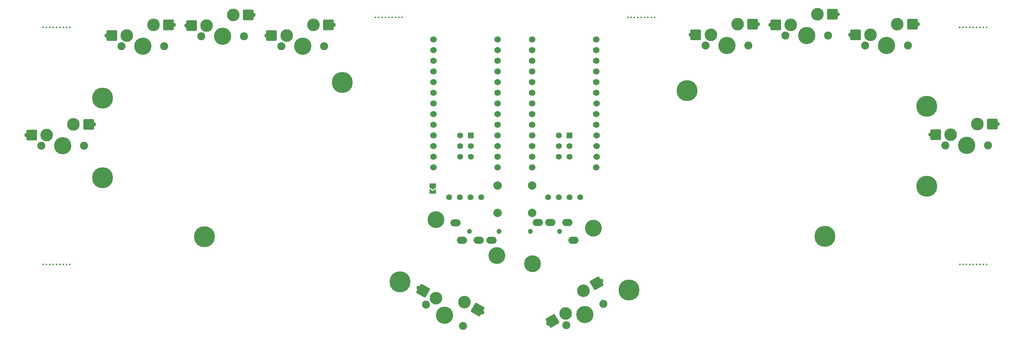
<source format=gbr>
%TF.GenerationSoftware,KiCad,Pcbnew,7.0.2*%
%TF.CreationDate,2023-10-11T00:11:02+09:00*%
%TF.ProjectId,_______,4b80adfc-dcfc-4c92-9e6b-696361645f70,rev?*%
%TF.SameCoordinates,Original*%
%TF.FileFunction,Soldermask,Bot*%
%TF.FilePolarity,Negative*%
%FSLAX46Y46*%
G04 Gerber Fmt 4.6, Leading zero omitted, Abs format (unit mm)*
G04 Created by KiCad (PCBNEW 7.0.2) date 2023-10-11 00:11:02*
%MOMM*%
%LPD*%
G01*
G04 APERTURE LIST*
G04 Aperture macros list*
%AMRoundRect*
0 Rectangle with rounded corners*
0 $1 Rounding radius*
0 $2 $3 $4 $5 $6 $7 $8 $9 X,Y pos of 4 corners*
0 Add a 4 corners polygon primitive as box body*
4,1,4,$2,$3,$4,$5,$6,$7,$8,$9,$2,$3,0*
0 Add four circle primitives for the rounded corners*
1,1,$1+$1,$2,$3*
1,1,$1+$1,$4,$5*
1,1,$1+$1,$6,$7*
1,1,$1+$1,$8,$9*
0 Add four rect primitives between the rounded corners*
20,1,$1+$1,$2,$3,$4,$5,0*
20,1,$1+$1,$4,$5,$6,$7,0*
20,1,$1+$1,$6,$7,$8,$9,0*
20,1,$1+$1,$8,$9,$2,$3,0*%
%AMFreePoly0*
4,1,6,1.000000,0.000000,0.500000,-0.750000,-0.500000,-0.750000,-0.500000,0.750000,0.500000,0.750000,1.000000,0.000000,1.000000,0.000000,$1*%
%AMFreePoly1*
4,1,6,0.500000,-0.750000,-0.650000,-0.750000,-0.150000,0.000000,-0.650000,0.750000,0.500000,0.750000,0.500000,-0.750000,0.500000,-0.750000,$1*%
G04 Aperture macros list end*
%ADD10C,5.000000*%
%ADD11C,4.000000*%
%ADD12C,0.450000*%
%ADD13C,1.524000*%
%ADD14FreePoly0,270.000000*%
%ADD15FreePoly1,270.000000*%
%ADD16C,2.000000*%
%ADD17C,1.397000*%
%ADD18C,1.200000*%
%ADD19O,2.500000X1.700000*%
%ADD20R,1.397000X1.397000*%
%ADD21C,1.900000*%
%ADD22C,3.000000*%
%ADD23C,4.100000*%
%ADD24C,1.000000*%
%ADD25RoundRect,0.250000X1.025000X1.000000X-1.025000X1.000000X-1.025000X-1.000000X1.025000X-1.000000X0*%
%ADD26RoundRect,0.250000X-1.025000X-1.000000X1.025000X-1.000000X1.025000X1.000000X-1.025000X1.000000X0*%
%ADD27RoundRect,0.250000X1.387676X0.353525X-0.387676X1.378525X-1.387676X-0.353525X0.387676X-1.378525X0*%
%ADD28RoundRect,0.250000X-1.387676X-0.353525X0.387676X-1.378525X1.387676X0.353525X-0.387676X1.378525X0*%
%ADD29RoundRect,0.250000X0.387676X1.378525X-1.387676X0.353525X-0.387676X-1.378525X1.387676X-0.353525X0*%
%ADD30RoundRect,0.250000X-0.387676X-1.378525X1.387676X-0.353525X0.387676X1.378525X-1.387676X0.353525X0*%
G04 APERTURE END LIST*
D10*
%TO.C,*%
X232927657Y-125498846D03*
%TD*%
%TO.C,*%
X61225539Y-92514484D03*
%TD*%
%TO.C,*%
X85475539Y-125514484D03*
%TD*%
%TO.C,*%
X131975539Y-136264484D03*
%TD*%
%TO.C,*%
X118225539Y-88764484D03*
%TD*%
%TO.C,*%
X61225539Y-111514484D03*
%TD*%
D11*
%TO.C,*%
X154975539Y-130014484D03*
%TD*%
%TO.C,*%
X140475539Y-121514484D03*
%TD*%
%TO.C,*%
X177927657Y-123498845D03*
%TD*%
%TO.C,*%
X163427656Y-131998845D03*
%TD*%
D10*
%TO.C,*%
X257177656Y-94498845D03*
%TD*%
%TO.C,*%
X186427656Y-138248845D03*
%TD*%
%TO.C,*%
X257177656Y-113498845D03*
%TD*%
%TO.C,*%
X200177656Y-90748845D03*
%TD*%
D12*
%TO.C,REF\u002A\u002A*%
X47115000Y-132163000D03*
X47915000Y-132163000D03*
X48715000Y-132163000D03*
X49515000Y-132163000D03*
X50315000Y-132163000D03*
X51115000Y-132163000D03*
X51915000Y-132163000D03*
X52715000Y-132163000D03*
X53515000Y-132163000D03*
%TD*%
%TO.C,REF\u002A\u002A*%
X265016000Y-132160000D03*
X265816000Y-132160000D03*
X266616000Y-132160000D03*
X267416000Y-132160000D03*
X268216000Y-132160000D03*
X269016000Y-132160000D03*
X269816000Y-132160000D03*
X270616000Y-132160000D03*
X271416000Y-132160000D03*
%TD*%
%TO.C,REF\u002A\u002A*%
X265015000Y-75649000D03*
X265815000Y-75649000D03*
X266615000Y-75649000D03*
X267415000Y-75649000D03*
X268215000Y-75649000D03*
X269015000Y-75649000D03*
X269815000Y-75649000D03*
X270615000Y-75649000D03*
X271415000Y-75649000D03*
%TD*%
%TO.C,REF\u002A\u002A*%
X186110000Y-73299000D03*
X186910000Y-73299000D03*
X187710000Y-73299000D03*
X188510000Y-73299000D03*
X189310000Y-73299000D03*
X190110000Y-73299000D03*
X190910000Y-73299000D03*
X191710000Y-73299000D03*
X192510000Y-73299000D03*
%TD*%
%TO.C,REF\u002A\u002A*%
X126110000Y-73299000D03*
X126910000Y-73299000D03*
X127710000Y-73299000D03*
X128510000Y-73299000D03*
X129310000Y-73299000D03*
X130110000Y-73299000D03*
X130910000Y-73299000D03*
X131710000Y-73299000D03*
X132510000Y-73299000D03*
%TD*%
D13*
%TO.C,U2*%
X178646600Y-78536000D03*
X163406600Y-78536000D03*
X163406600Y-81076000D03*
X163406600Y-83616000D03*
X163406600Y-86156000D03*
X163406600Y-88696000D03*
X163406600Y-91236000D03*
X163396600Y-93776000D03*
X163406600Y-96316000D03*
X163396600Y-98856000D03*
X163396600Y-101396000D03*
X163396600Y-103936000D03*
X163396600Y-106476000D03*
X163406600Y-109016000D03*
X178646600Y-109016000D03*
X178656600Y-106476000D03*
X178656600Y-103936000D03*
X178656600Y-101396000D03*
X178646600Y-98856000D03*
X178646600Y-96316000D03*
X178656600Y-93776000D03*
X178646600Y-91236000D03*
X178646600Y-88696000D03*
X178646600Y-86156000D03*
X178646600Y-83616000D03*
X178646600Y-81076000D03*
%TD*%
%TO.C,U1*%
X155138000Y-78536000D03*
X139898000Y-78536000D03*
X139898000Y-81076000D03*
X139898000Y-83616000D03*
X139898000Y-86156000D03*
X139898000Y-88696000D03*
X139898000Y-91236000D03*
X139888000Y-93776000D03*
X139898000Y-96316000D03*
X139888000Y-98856000D03*
X139888000Y-101396000D03*
X139888000Y-103936000D03*
X139888000Y-106476000D03*
X139898000Y-109016000D03*
X155138000Y-109016000D03*
X155148000Y-106476000D03*
X155148000Y-103936000D03*
X155148000Y-101396000D03*
X155138000Y-98856000D03*
X155138000Y-96316000D03*
X155148000Y-93776000D03*
X155138000Y-91236000D03*
X155138000Y-88696000D03*
X155138000Y-86156000D03*
X155138000Y-83616000D03*
X155138000Y-81076000D03*
%TD*%
D14*
%TO.C,JP1*%
X139784600Y-113371000D03*
D15*
X139784600Y-114821000D03*
%TD*%
D12*
%TO.C,REF\u002A\u002A*%
X48715064Y-75649500D03*
X52715064Y-75649500D03*
X53515064Y-75649500D03*
X51915064Y-75649500D03*
X47115064Y-75649500D03*
X51115064Y-75649500D03*
X47915064Y-75649500D03*
X49515064Y-75649500D03*
X50315064Y-75649500D03*
%TD*%
D16*
%TO.C,RSW2*%
X163340000Y-113397000D03*
X163340000Y-119897000D03*
%TD*%
%TO.C,RSW1*%
X155130000Y-113397000D03*
X155130000Y-119897000D03*
%TD*%
D17*
%TO.C,J3*%
X167200000Y-116170000D03*
X169740000Y-116170000D03*
X172280000Y-116170000D03*
X174820000Y-116170000D03*
%TD*%
%TO.C,J1*%
X151274000Y-116144000D03*
X148734000Y-116144000D03*
X146194000Y-116144000D03*
X143654000Y-116144000D03*
%TD*%
D18*
%TO.C,J6*%
X162923000Y-124295000D03*
X169923000Y-124295000D03*
D19*
X167723000Y-122195000D03*
X164723000Y-122195000D03*
X173223000Y-126395000D03*
X171723000Y-122195000D03*
%TD*%
D18*
%TO.C,J5*%
X155490000Y-124308000D03*
X148490000Y-124308000D03*
D19*
X150690000Y-126408000D03*
X153690000Y-126408000D03*
X145190000Y-122208000D03*
X146690000Y-126408000D03*
%TD*%
D20*
%TO.C,J4*%
X172296600Y-101396000D03*
D17*
X169756600Y-101396000D03*
X172296600Y-103936000D03*
X169756600Y-103936000D03*
X172296600Y-106476000D03*
X169756600Y-106476000D03*
%TD*%
D21*
%TO.C,SW8*%
X223570000Y-77625000D03*
D22*
X224840000Y-75085000D03*
D23*
X228650000Y-77625000D03*
D22*
X231190000Y-72545000D03*
D21*
X233730000Y-77625000D03*
D24*
X220015000Y-75085000D03*
D25*
X221265000Y-75085000D03*
D26*
X234765000Y-72545000D03*
D24*
X236040000Y-72545000D03*
%TD*%
D21*
%TO.C,SW9*%
X242570000Y-80000000D03*
D22*
X243840000Y-77460000D03*
D23*
X247650000Y-80000000D03*
D22*
X250190000Y-74920000D03*
D21*
X252730000Y-80000000D03*
D24*
X239015000Y-77460000D03*
D25*
X240265000Y-77460000D03*
D26*
X253765000Y-74920000D03*
D24*
X255040000Y-74920000D03*
%TD*%
D20*
%TO.C,J2*%
X148788000Y-101396000D03*
D17*
X146248000Y-101396000D03*
X148788000Y-103936000D03*
X146248000Y-103936000D03*
X148788000Y-106476000D03*
X146248000Y-106476000D03*
%TD*%
D21*
%TO.C,SW2*%
X65733000Y-80146000D03*
D22*
X67003000Y-77606000D03*
D23*
X70813000Y-80146000D03*
D22*
X73353000Y-75066000D03*
D21*
X75893000Y-80146000D03*
D24*
X62178000Y-77606000D03*
D25*
X63428000Y-77606000D03*
D26*
X76928000Y-75066000D03*
D24*
X78203000Y-75066000D03*
%TD*%
D21*
%TO.C,SW3*%
X84733000Y-77771000D03*
D22*
X86003000Y-75231000D03*
D23*
X89813000Y-77771000D03*
D22*
X92353000Y-72691000D03*
D21*
X94893000Y-77771000D03*
D24*
X81178000Y-75231000D03*
D25*
X82428000Y-75231000D03*
D26*
X95928000Y-72691000D03*
D24*
X97203000Y-72691000D03*
%TD*%
D21*
%TO.C,SW7*%
X204570000Y-80000000D03*
D22*
X205840000Y-77460000D03*
D23*
X209650000Y-80000000D03*
D22*
X212190000Y-74920000D03*
D21*
X214730000Y-80000000D03*
D24*
X201015000Y-77460000D03*
D25*
X202265000Y-77460000D03*
D26*
X215765000Y-74920000D03*
D24*
X217040000Y-74920000D03*
%TD*%
D21*
%TO.C,SW1*%
X46733000Y-103896000D03*
D22*
X48003000Y-101356000D03*
D23*
X51813000Y-103896000D03*
D22*
X54353000Y-98816000D03*
D21*
X56893000Y-103896000D03*
D24*
X43178000Y-101356000D03*
D25*
X44428000Y-101356000D03*
D26*
X57928000Y-98816000D03*
D24*
X59203000Y-98816000D03*
%TD*%
D21*
%TO.C,SW5*%
X138163591Y-141731000D03*
D22*
X140533443Y-140166295D03*
D23*
X142563000Y-144271000D03*
D22*
X147302705Y-141141591D03*
D21*
X146962409Y-146811000D03*
D24*
X136354871Y-137753795D03*
D27*
X137437402Y-138378795D03*
D28*
X150398745Y-142929091D03*
D24*
X151502928Y-143566591D03*
%TD*%
D21*
%TO.C,SW6*%
X171500591Y-146665000D03*
D22*
X171330443Y-143830295D03*
D23*
X175900000Y-144125000D03*
D22*
X175559705Y-138455591D03*
D21*
X180299409Y-141585000D03*
D24*
X167151871Y-146242795D03*
D29*
X168234402Y-145617795D03*
D30*
X178655745Y-136668091D03*
D24*
X179759928Y-136030591D03*
%TD*%
D21*
%TO.C,SW10*%
X261570000Y-103750000D03*
D22*
X262840000Y-101210000D03*
D23*
X266650000Y-103750000D03*
D22*
X269190000Y-98670000D03*
D21*
X271730000Y-103750000D03*
D24*
X258015000Y-101210000D03*
D25*
X259265000Y-101210000D03*
D26*
X272765000Y-98670000D03*
D24*
X274040000Y-98670000D03*
%TD*%
D21*
%TO.C,SW4*%
X103733000Y-80146000D03*
D22*
X105003000Y-77606000D03*
D23*
X108813000Y-80146000D03*
D22*
X111353000Y-75066000D03*
D21*
X113893000Y-80146000D03*
D24*
X100178000Y-77606000D03*
D25*
X101428000Y-77606000D03*
D26*
X114928000Y-75066000D03*
D24*
X116203000Y-75066000D03*
%TD*%
M02*

</source>
